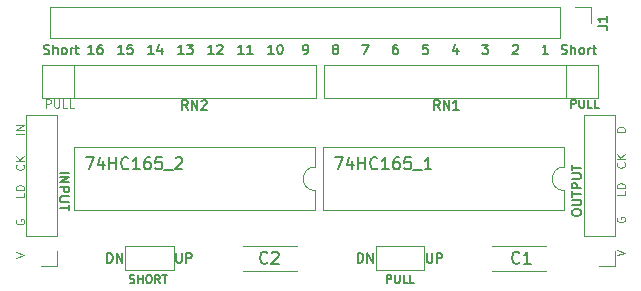
<source format=gbr>
%TF.GenerationSoftware,KiCad,Pcbnew,(6.0.2)*%
%TF.CreationDate,2022-04-13T02:02:00+09:00*%
%TF.ProjectId,joystick-input,6a6f7973-7469-4636-9b2d-696e7075742e,rev?*%
%TF.SameCoordinates,Original*%
%TF.FileFunction,Legend,Top*%
%TF.FilePolarity,Positive*%
%FSLAX46Y46*%
G04 Gerber Fmt 4.6, Leading zero omitted, Abs format (unit mm)*
G04 Created by KiCad (PCBNEW (6.0.2)) date 2022-04-13 02:02:00*
%MOMM*%
%LPD*%
G01*
G04 APERTURE LIST*
%ADD10C,0.100000*%
%ADD11C,0.150000*%
%ADD12C,0.175000*%
%ADD13C,0.200000*%
%ADD14C,0.120000*%
G04 APERTURE END LIST*
D10*
X128140666Y-104075000D02*
X128840666Y-103841666D01*
X128140666Y-103608333D01*
X128174000Y-100875000D02*
X128140666Y-100941666D01*
X128140666Y-101041666D01*
X128174000Y-101141666D01*
X128240666Y-101208333D01*
X128307333Y-101241666D01*
X128440666Y-101275000D01*
X128540666Y-101275000D01*
X128674000Y-101241666D01*
X128740666Y-101208333D01*
X128807333Y-101141666D01*
X128840666Y-101041666D01*
X128840666Y-100975000D01*
X128807333Y-100875000D01*
X128774000Y-100841666D01*
X128540666Y-100841666D01*
X128540666Y-100975000D01*
X128840666Y-98608333D02*
X128840666Y-98941666D01*
X128140666Y-98941666D01*
X128840666Y-98375000D02*
X128140666Y-98375000D01*
X128140666Y-98208333D01*
X128174000Y-98108333D01*
X128240666Y-98041666D01*
X128307333Y-98008333D01*
X128440666Y-97975000D01*
X128540666Y-97975000D01*
X128674000Y-98008333D01*
X128740666Y-98041666D01*
X128807333Y-98108333D01*
X128840666Y-98208333D01*
X128840666Y-98375000D01*
X128774000Y-96208333D02*
X128807333Y-96241666D01*
X128840666Y-96341666D01*
X128840666Y-96408333D01*
X128807333Y-96508333D01*
X128740666Y-96575000D01*
X128674000Y-96608333D01*
X128540666Y-96641666D01*
X128440666Y-96641666D01*
X128307333Y-96608333D01*
X128240666Y-96575000D01*
X128174000Y-96508333D01*
X128140666Y-96408333D01*
X128140666Y-96341666D01*
X128174000Y-96241666D01*
X128207333Y-96208333D01*
X128840666Y-95908333D02*
X128140666Y-95908333D01*
X128840666Y-95508333D02*
X128440666Y-95808333D01*
X128140666Y-95508333D02*
X128540666Y-95908333D01*
X128840666Y-93608333D02*
X128140666Y-93608333D01*
X128840666Y-93275000D02*
X128140666Y-93275000D01*
X128840666Y-92875000D01*
X128140666Y-92875000D01*
X179016866Y-103891666D02*
X179716866Y-103658333D01*
X179016866Y-103425000D01*
X179050200Y-100691666D02*
X179016866Y-100758333D01*
X179016866Y-100858333D01*
X179050200Y-100958333D01*
X179116866Y-101025000D01*
X179183533Y-101058333D01*
X179316866Y-101091666D01*
X179416866Y-101091666D01*
X179550200Y-101058333D01*
X179616866Y-101025000D01*
X179683533Y-100958333D01*
X179716866Y-100858333D01*
X179716866Y-100791666D01*
X179683533Y-100691666D01*
X179650200Y-100658333D01*
X179416866Y-100658333D01*
X179416866Y-100791666D01*
X179716866Y-98425000D02*
X179716866Y-98758333D01*
X179016866Y-98758333D01*
X179716866Y-98191666D02*
X179016866Y-98191666D01*
X179016866Y-98025000D01*
X179050200Y-97925000D01*
X179116866Y-97858333D01*
X179183533Y-97825000D01*
X179316866Y-97791666D01*
X179416866Y-97791666D01*
X179550200Y-97825000D01*
X179616866Y-97858333D01*
X179683533Y-97925000D01*
X179716866Y-98025000D01*
X179716866Y-98191666D01*
X179650200Y-96025000D02*
X179683533Y-96058333D01*
X179716866Y-96158333D01*
X179716866Y-96225000D01*
X179683533Y-96325000D01*
X179616866Y-96391666D01*
X179550200Y-96425000D01*
X179416866Y-96458333D01*
X179316866Y-96458333D01*
X179183533Y-96425000D01*
X179116866Y-96391666D01*
X179050200Y-96325000D01*
X179016866Y-96225000D01*
X179016866Y-96158333D01*
X179050200Y-96058333D01*
X179083533Y-96025000D01*
X179716866Y-95725000D02*
X179016866Y-95725000D01*
X179716866Y-95325000D02*
X179316866Y-95625000D01*
X179016866Y-95325000D02*
X179416866Y-95725000D01*
X179716866Y-93425000D02*
X179016866Y-93425000D01*
X179016866Y-93258333D01*
X179050200Y-93158333D01*
X179116866Y-93091666D01*
X179183533Y-93058333D01*
X179316866Y-93025000D01*
X179416866Y-93025000D01*
X179550200Y-93058333D01*
X179616866Y-93091666D01*
X179683533Y-93158333D01*
X179716866Y-93258333D01*
X179716866Y-93425000D01*
D11*
X174339428Y-86810809D02*
X174453714Y-86848904D01*
X174644190Y-86848904D01*
X174720380Y-86810809D01*
X174758476Y-86772714D01*
X174796571Y-86696523D01*
X174796571Y-86620333D01*
X174758476Y-86544142D01*
X174720380Y-86506047D01*
X174644190Y-86467952D01*
X174491809Y-86429857D01*
X174415619Y-86391761D01*
X174377523Y-86353666D01*
X174339428Y-86277476D01*
X174339428Y-86201285D01*
X174377523Y-86125095D01*
X174415619Y-86087000D01*
X174491809Y-86048904D01*
X174682285Y-86048904D01*
X174796571Y-86087000D01*
X175139428Y-86848904D02*
X175139428Y-86048904D01*
X175482285Y-86848904D02*
X175482285Y-86429857D01*
X175444190Y-86353666D01*
X175368000Y-86315571D01*
X175253714Y-86315571D01*
X175177523Y-86353666D01*
X175139428Y-86391761D01*
X175977523Y-86848904D02*
X175901333Y-86810809D01*
X175863238Y-86772714D01*
X175825142Y-86696523D01*
X175825142Y-86467952D01*
X175863238Y-86391761D01*
X175901333Y-86353666D01*
X175977523Y-86315571D01*
X176091809Y-86315571D01*
X176168000Y-86353666D01*
X176206095Y-86391761D01*
X176244190Y-86467952D01*
X176244190Y-86696523D01*
X176206095Y-86772714D01*
X176168000Y-86810809D01*
X176091809Y-86848904D01*
X175977523Y-86848904D01*
X176587047Y-86848904D02*
X176587047Y-86315571D01*
X176587047Y-86467952D02*
X176625142Y-86391761D01*
X176663238Y-86353666D01*
X176739428Y-86315571D01*
X176815619Y-86315571D01*
X176968000Y-86315571D02*
X177272761Y-86315571D01*
X177082285Y-86048904D02*
X177082285Y-86734619D01*
X177120380Y-86810809D01*
X177196571Y-86848904D01*
X177272761Y-86848904D01*
X134721619Y-86848904D02*
X134264476Y-86848904D01*
X134493047Y-86848904D02*
X134493047Y-86048904D01*
X134416857Y-86163190D01*
X134340666Y-86239380D01*
X134264476Y-86277476D01*
X135407333Y-86048904D02*
X135254952Y-86048904D01*
X135178761Y-86087000D01*
X135140666Y-86125095D01*
X135064476Y-86239380D01*
X135026380Y-86391761D01*
X135026380Y-86696523D01*
X135064476Y-86772714D01*
X135102571Y-86810809D01*
X135178761Y-86848904D01*
X135331142Y-86848904D01*
X135407333Y-86810809D01*
X135445428Y-86772714D01*
X135483523Y-86696523D01*
X135483523Y-86506047D01*
X135445428Y-86429857D01*
X135407333Y-86391761D01*
X135331142Y-86353666D01*
X135178761Y-86353666D01*
X135102571Y-86391761D01*
X135064476Y-86429857D01*
X135026380Y-86506047D01*
X155117809Y-86391761D02*
X155041619Y-86353666D01*
X155003523Y-86315571D01*
X154965428Y-86239380D01*
X154965428Y-86201285D01*
X155003523Y-86125095D01*
X155041619Y-86087000D01*
X155117809Y-86048904D01*
X155270190Y-86048904D01*
X155346380Y-86087000D01*
X155384476Y-86125095D01*
X155422571Y-86201285D01*
X155422571Y-86239380D01*
X155384476Y-86315571D01*
X155346380Y-86353666D01*
X155270190Y-86391761D01*
X155117809Y-86391761D01*
X155041619Y-86429857D01*
X155003523Y-86467952D01*
X154965428Y-86544142D01*
X154965428Y-86696523D01*
X155003523Y-86772714D01*
X155041619Y-86810809D01*
X155117809Y-86848904D01*
X155270190Y-86848904D01*
X155346380Y-86810809D01*
X155384476Y-86772714D01*
X155422571Y-86696523D01*
X155422571Y-86544142D01*
X155384476Y-86467952D01*
X155346380Y-86429857D01*
X155270190Y-86391761D01*
X173202571Y-86848904D02*
X172745428Y-86848904D01*
X172974000Y-86848904D02*
X172974000Y-86048904D01*
X172897809Y-86163190D01*
X172821619Y-86239380D01*
X172745428Y-86277476D01*
D12*
X137769000Y-106201333D02*
X137869000Y-106234666D01*
X138035666Y-106234666D01*
X138102333Y-106201333D01*
X138135666Y-106168000D01*
X138169000Y-106101333D01*
X138169000Y-106034666D01*
X138135666Y-105968000D01*
X138102333Y-105934666D01*
X138035666Y-105901333D01*
X137902333Y-105868000D01*
X137835666Y-105834666D01*
X137802333Y-105801333D01*
X137769000Y-105734666D01*
X137769000Y-105668000D01*
X137802333Y-105601333D01*
X137835666Y-105568000D01*
X137902333Y-105534666D01*
X138069000Y-105534666D01*
X138169000Y-105568000D01*
X138469000Y-106234666D02*
X138469000Y-105534666D01*
X138469000Y-105868000D02*
X138869000Y-105868000D01*
X138869000Y-106234666D02*
X138869000Y-105534666D01*
X139335666Y-105534666D02*
X139469000Y-105534666D01*
X139535666Y-105568000D01*
X139602333Y-105634666D01*
X139635666Y-105768000D01*
X139635666Y-106001333D01*
X139602333Y-106134666D01*
X139535666Y-106201333D01*
X139469000Y-106234666D01*
X139335666Y-106234666D01*
X139269000Y-106201333D01*
X139202333Y-106134666D01*
X139169000Y-106001333D01*
X139169000Y-105768000D01*
X139202333Y-105634666D01*
X139269000Y-105568000D01*
X139335666Y-105534666D01*
X140335666Y-106234666D02*
X140102333Y-105901333D01*
X139935666Y-106234666D02*
X139935666Y-105534666D01*
X140202333Y-105534666D01*
X140269000Y-105568000D01*
X140302333Y-105601333D01*
X140335666Y-105668000D01*
X140335666Y-105768000D01*
X140302333Y-105834666D01*
X140269000Y-105868000D01*
X140202333Y-105901333D01*
X139935666Y-105901333D01*
X140535666Y-105534666D02*
X140935666Y-105534666D01*
X140735666Y-106234666D02*
X140735666Y-105534666D01*
D13*
X175202904Y-100348809D02*
X175202904Y-100196428D01*
X175241000Y-100120238D01*
X175317190Y-100044047D01*
X175469571Y-100005952D01*
X175736238Y-100005952D01*
X175888619Y-100044047D01*
X175964809Y-100120238D01*
X176002904Y-100196428D01*
X176002904Y-100348809D01*
X175964809Y-100425000D01*
X175888619Y-100501190D01*
X175736238Y-100539285D01*
X175469571Y-100539285D01*
X175317190Y-100501190D01*
X175241000Y-100425000D01*
X175202904Y-100348809D01*
X175202904Y-99663095D02*
X175850523Y-99663095D01*
X175926714Y-99625000D01*
X175964809Y-99586904D01*
X176002904Y-99510714D01*
X176002904Y-99358333D01*
X175964809Y-99282142D01*
X175926714Y-99244047D01*
X175850523Y-99205952D01*
X175202904Y-99205952D01*
X175202904Y-98939285D02*
X175202904Y-98482142D01*
X176002904Y-98710714D02*
X175202904Y-98710714D01*
X176002904Y-98215476D02*
X175202904Y-98215476D01*
X175202904Y-97910714D01*
X175241000Y-97834523D01*
X175279095Y-97796428D01*
X175355285Y-97758333D01*
X175469571Y-97758333D01*
X175545761Y-97796428D01*
X175583857Y-97834523D01*
X175621952Y-97910714D01*
X175621952Y-98215476D01*
X175202904Y-97415476D02*
X175850523Y-97415476D01*
X175926714Y-97377380D01*
X175964809Y-97339285D01*
X176002904Y-97263095D01*
X176002904Y-97110714D01*
X175964809Y-97034523D01*
X175926714Y-96996428D01*
X175850523Y-96958333D01*
X175202904Y-96958333D01*
X175202904Y-96691666D02*
X175202904Y-96234523D01*
X176002904Y-96463095D02*
X175202904Y-96463095D01*
D11*
X170205428Y-86125095D02*
X170243523Y-86087000D01*
X170319714Y-86048904D01*
X170510190Y-86048904D01*
X170586380Y-86087000D01*
X170624476Y-86125095D01*
X170662571Y-86201285D01*
X170662571Y-86277476D01*
X170624476Y-86391761D01*
X170167333Y-86848904D01*
X170662571Y-86848904D01*
X175159333Y-91401066D02*
X175159333Y-90701066D01*
X175426000Y-90701066D01*
X175492666Y-90734400D01*
X175526000Y-90767733D01*
X175559333Y-90834400D01*
X175559333Y-90934400D01*
X175526000Y-91001066D01*
X175492666Y-91034400D01*
X175426000Y-91067733D01*
X175159333Y-91067733D01*
X175859333Y-90701066D02*
X175859333Y-91267733D01*
X175892666Y-91334400D01*
X175926000Y-91367733D01*
X175992666Y-91401066D01*
X176126000Y-91401066D01*
X176192666Y-91367733D01*
X176226000Y-91334400D01*
X176259333Y-91267733D01*
X176259333Y-90701066D01*
X176926000Y-91401066D02*
X176592666Y-91401066D01*
X176592666Y-90701066D01*
X177492666Y-91401066D02*
X177159333Y-91401066D01*
X177159333Y-90701066D01*
X147421619Y-86848904D02*
X146964476Y-86848904D01*
X147193047Y-86848904D02*
X147193047Y-86048904D01*
X147116857Y-86163190D01*
X147040666Y-86239380D01*
X146964476Y-86277476D01*
X148183523Y-86848904D02*
X147726380Y-86848904D01*
X147954952Y-86848904D02*
X147954952Y-86048904D01*
X147878761Y-86163190D01*
X147802571Y-86239380D01*
X147726380Y-86277476D01*
X142341619Y-86848904D02*
X141884476Y-86848904D01*
X142113047Y-86848904D02*
X142113047Y-86048904D01*
X142036857Y-86163190D01*
X141960666Y-86239380D01*
X141884476Y-86277476D01*
X142608285Y-86048904D02*
X143103523Y-86048904D01*
X142836857Y-86353666D01*
X142951142Y-86353666D01*
X143027333Y-86391761D01*
X143065428Y-86429857D01*
X143103523Y-86506047D01*
X143103523Y-86696523D01*
X143065428Y-86772714D01*
X143027333Y-86810809D01*
X142951142Y-86848904D01*
X142722571Y-86848904D01*
X142646380Y-86810809D01*
X142608285Y-86772714D01*
D12*
X159538333Y-106234666D02*
X159538333Y-105534666D01*
X159805000Y-105534666D01*
X159871666Y-105568000D01*
X159905000Y-105601333D01*
X159938333Y-105668000D01*
X159938333Y-105768000D01*
X159905000Y-105834666D01*
X159871666Y-105868000D01*
X159805000Y-105901333D01*
X159538333Y-105901333D01*
X160238333Y-105534666D02*
X160238333Y-106101333D01*
X160271666Y-106168000D01*
X160305000Y-106201333D01*
X160371666Y-106234666D01*
X160505000Y-106234666D01*
X160571666Y-106201333D01*
X160605000Y-106168000D01*
X160638333Y-106101333D01*
X160638333Y-105534666D01*
X161305000Y-106234666D02*
X160971666Y-106234666D01*
X160971666Y-105534666D01*
X161871666Y-106234666D02*
X161538333Y-106234666D01*
X161538333Y-105534666D01*
D11*
X139801619Y-86848904D02*
X139344476Y-86848904D01*
X139573047Y-86848904D02*
X139573047Y-86048904D01*
X139496857Y-86163190D01*
X139420666Y-86239380D01*
X139344476Y-86277476D01*
X140487333Y-86315571D02*
X140487333Y-86848904D01*
X140296857Y-86010809D02*
X140106380Y-86582238D01*
X140601619Y-86582238D01*
X157467333Y-86048904D02*
X158000666Y-86048904D01*
X157657809Y-86848904D01*
X163004476Y-86048904D02*
X162623523Y-86048904D01*
X162585428Y-86429857D01*
X162623523Y-86391761D01*
X162699714Y-86353666D01*
X162890190Y-86353666D01*
X162966380Y-86391761D01*
X163004476Y-86429857D01*
X163042571Y-86506047D01*
X163042571Y-86696523D01*
X163004476Y-86772714D01*
X162966380Y-86810809D01*
X162890190Y-86848904D01*
X162699714Y-86848904D01*
X162623523Y-86810809D01*
X162585428Y-86772714D01*
X152501619Y-86848904D02*
X152654000Y-86848904D01*
X152730190Y-86810809D01*
X152768285Y-86772714D01*
X152844476Y-86658428D01*
X152882571Y-86506047D01*
X152882571Y-86201285D01*
X152844476Y-86125095D01*
X152806380Y-86087000D01*
X152730190Y-86048904D01*
X152577809Y-86048904D01*
X152501619Y-86087000D01*
X152463523Y-86125095D01*
X152425428Y-86201285D01*
X152425428Y-86391761D01*
X152463523Y-86467952D01*
X152501619Y-86506047D01*
X152577809Y-86544142D01*
X152730190Y-86544142D01*
X152806380Y-86506047D01*
X152844476Y-86467952D01*
X152882571Y-86391761D01*
D10*
X130709333Y-91375666D02*
X130709333Y-90675666D01*
X130976000Y-90675666D01*
X131042666Y-90709000D01*
X131076000Y-90742333D01*
X131109333Y-90809000D01*
X131109333Y-90909000D01*
X131076000Y-90975666D01*
X131042666Y-91009000D01*
X130976000Y-91042333D01*
X130709333Y-91042333D01*
X131409333Y-90675666D02*
X131409333Y-91242333D01*
X131442666Y-91309000D01*
X131476000Y-91342333D01*
X131542666Y-91375666D01*
X131676000Y-91375666D01*
X131742666Y-91342333D01*
X131776000Y-91309000D01*
X131809333Y-91242333D01*
X131809333Y-90675666D01*
X132476000Y-91375666D02*
X132142666Y-91375666D01*
X132142666Y-90675666D01*
X133042666Y-91375666D02*
X132709333Y-91375666D01*
X132709333Y-90675666D01*
D11*
X144881619Y-86848904D02*
X144424476Y-86848904D01*
X144653047Y-86848904D02*
X144653047Y-86048904D01*
X144576857Y-86163190D01*
X144500666Y-86239380D01*
X144424476Y-86277476D01*
X145186380Y-86125095D02*
X145224476Y-86087000D01*
X145300666Y-86048904D01*
X145491142Y-86048904D01*
X145567333Y-86087000D01*
X145605428Y-86125095D01*
X145643523Y-86201285D01*
X145643523Y-86277476D01*
X145605428Y-86391761D01*
X145148285Y-86848904D01*
X145643523Y-86848904D01*
D13*
X131845095Y-96882142D02*
X132645095Y-96882142D01*
X131845095Y-97263095D02*
X132645095Y-97263095D01*
X131845095Y-97720238D01*
X132645095Y-97720238D01*
X131845095Y-98101190D02*
X132645095Y-98101190D01*
X132645095Y-98405952D01*
X132607000Y-98482142D01*
X132568904Y-98520238D01*
X132492714Y-98558333D01*
X132378428Y-98558333D01*
X132302238Y-98520238D01*
X132264142Y-98482142D01*
X132226047Y-98405952D01*
X132226047Y-98101190D01*
X132645095Y-98901190D02*
X131997476Y-98901190D01*
X131921285Y-98939285D01*
X131883190Y-98977380D01*
X131845095Y-99053571D01*
X131845095Y-99205952D01*
X131883190Y-99282142D01*
X131921285Y-99320238D01*
X131997476Y-99358333D01*
X132645095Y-99358333D01*
X132645095Y-99625000D02*
X132645095Y-100082142D01*
X131845095Y-99853571D02*
X132645095Y-99853571D01*
D11*
X165506380Y-86315571D02*
X165506380Y-86848904D01*
X165315904Y-86010809D02*
X165125428Y-86582238D01*
X165620666Y-86582238D01*
X160426380Y-86048904D02*
X160274000Y-86048904D01*
X160197809Y-86087000D01*
X160159714Y-86125095D01*
X160083523Y-86239380D01*
X160045428Y-86391761D01*
X160045428Y-86696523D01*
X160083523Y-86772714D01*
X160121619Y-86810809D01*
X160197809Y-86848904D01*
X160350190Y-86848904D01*
X160426380Y-86810809D01*
X160464476Y-86772714D01*
X160502571Y-86696523D01*
X160502571Y-86506047D01*
X160464476Y-86429857D01*
X160426380Y-86391761D01*
X160350190Y-86353666D01*
X160197809Y-86353666D01*
X160121619Y-86391761D01*
X160083523Y-86429857D01*
X160045428Y-86506047D01*
X137261619Y-86848904D02*
X136804476Y-86848904D01*
X137033047Y-86848904D02*
X137033047Y-86048904D01*
X136956857Y-86163190D01*
X136880666Y-86239380D01*
X136804476Y-86277476D01*
X137985428Y-86048904D02*
X137604476Y-86048904D01*
X137566380Y-86429857D01*
X137604476Y-86391761D01*
X137680666Y-86353666D01*
X137871142Y-86353666D01*
X137947333Y-86391761D01*
X137985428Y-86429857D01*
X138023523Y-86506047D01*
X138023523Y-86696523D01*
X137985428Y-86772714D01*
X137947333Y-86810809D01*
X137871142Y-86848904D01*
X137680666Y-86848904D01*
X137604476Y-86810809D01*
X137566380Y-86772714D01*
X130524428Y-86810809D02*
X130638714Y-86848904D01*
X130829190Y-86848904D01*
X130905380Y-86810809D01*
X130943476Y-86772714D01*
X130981571Y-86696523D01*
X130981571Y-86620333D01*
X130943476Y-86544142D01*
X130905380Y-86506047D01*
X130829190Y-86467952D01*
X130676809Y-86429857D01*
X130600619Y-86391761D01*
X130562523Y-86353666D01*
X130524428Y-86277476D01*
X130524428Y-86201285D01*
X130562523Y-86125095D01*
X130600619Y-86087000D01*
X130676809Y-86048904D01*
X130867285Y-86048904D01*
X130981571Y-86087000D01*
X131324428Y-86848904D02*
X131324428Y-86048904D01*
X131667285Y-86848904D02*
X131667285Y-86429857D01*
X131629190Y-86353666D01*
X131553000Y-86315571D01*
X131438714Y-86315571D01*
X131362523Y-86353666D01*
X131324428Y-86391761D01*
X132162523Y-86848904D02*
X132086333Y-86810809D01*
X132048238Y-86772714D01*
X132010142Y-86696523D01*
X132010142Y-86467952D01*
X132048238Y-86391761D01*
X132086333Y-86353666D01*
X132162523Y-86315571D01*
X132276809Y-86315571D01*
X132353000Y-86353666D01*
X132391095Y-86391761D01*
X132429190Y-86467952D01*
X132429190Y-86696523D01*
X132391095Y-86772714D01*
X132353000Y-86810809D01*
X132276809Y-86848904D01*
X132162523Y-86848904D01*
X132772047Y-86848904D02*
X132772047Y-86315571D01*
X132772047Y-86467952D02*
X132810142Y-86391761D01*
X132848238Y-86353666D01*
X132924428Y-86315571D01*
X133000619Y-86315571D01*
X133153000Y-86315571D02*
X133457761Y-86315571D01*
X133267285Y-86048904D02*
X133267285Y-86734619D01*
X133305380Y-86810809D01*
X133381571Y-86848904D01*
X133457761Y-86848904D01*
X149961619Y-86848904D02*
X149504476Y-86848904D01*
X149733047Y-86848904D02*
X149733047Y-86048904D01*
X149656857Y-86163190D01*
X149580666Y-86239380D01*
X149504476Y-86277476D01*
X150456857Y-86048904D02*
X150533047Y-86048904D01*
X150609238Y-86087000D01*
X150647333Y-86125095D01*
X150685428Y-86201285D01*
X150723523Y-86353666D01*
X150723523Y-86544142D01*
X150685428Y-86696523D01*
X150647333Y-86772714D01*
X150609238Y-86810809D01*
X150533047Y-86848904D01*
X150456857Y-86848904D01*
X150380666Y-86810809D01*
X150342571Y-86772714D01*
X150304476Y-86696523D01*
X150266380Y-86544142D01*
X150266380Y-86353666D01*
X150304476Y-86201285D01*
X150342571Y-86125095D01*
X150380666Y-86087000D01*
X150456857Y-86048904D01*
X167627333Y-86048904D02*
X168122571Y-86048904D01*
X167855904Y-86353666D01*
X167970190Y-86353666D01*
X168046380Y-86391761D01*
X168084476Y-86429857D01*
X168122571Y-86506047D01*
X168122571Y-86696523D01*
X168084476Y-86772714D01*
X168046380Y-86810809D01*
X167970190Y-86848904D01*
X167741619Y-86848904D01*
X167665428Y-86810809D01*
X167627333Y-86772714D01*
%TO.C,PULL1*%
X157105428Y-104501904D02*
X157105428Y-103701904D01*
X157295904Y-103701904D01*
X157410190Y-103740000D01*
X157486380Y-103816190D01*
X157524476Y-103892380D01*
X157562571Y-104044761D01*
X157562571Y-104159047D01*
X157524476Y-104311428D01*
X157486380Y-104387619D01*
X157410190Y-104463809D01*
X157295904Y-104501904D01*
X157105428Y-104501904D01*
X157905428Y-104501904D02*
X157905428Y-103701904D01*
X158362571Y-104501904D01*
X158362571Y-103701904D01*
X162947428Y-103701904D02*
X162947428Y-104349523D01*
X162985523Y-104425714D01*
X163023619Y-104463809D01*
X163099809Y-104501904D01*
X163252190Y-104501904D01*
X163328380Y-104463809D01*
X163366476Y-104425714D01*
X163404571Y-104349523D01*
X163404571Y-103701904D01*
X163785523Y-104501904D02*
X163785523Y-103701904D01*
X164090285Y-103701904D01*
X164166476Y-103740000D01*
X164204571Y-103778095D01*
X164242666Y-103854285D01*
X164242666Y-103968571D01*
X164204571Y-104044761D01*
X164166476Y-104082857D01*
X164090285Y-104120952D01*
X163785523Y-104120952D01*
%TO.C,SHORT1*%
X135896428Y-104501904D02*
X135896428Y-103701904D01*
X136086904Y-103701904D01*
X136201190Y-103740000D01*
X136277380Y-103816190D01*
X136315476Y-103892380D01*
X136353571Y-104044761D01*
X136353571Y-104159047D01*
X136315476Y-104311428D01*
X136277380Y-104387619D01*
X136201190Y-104463809D01*
X136086904Y-104501904D01*
X135896428Y-104501904D01*
X136696428Y-104501904D02*
X136696428Y-103701904D01*
X137153571Y-104501904D01*
X137153571Y-103701904D01*
X141738428Y-103701904D02*
X141738428Y-104349523D01*
X141776523Y-104425714D01*
X141814619Y-104463809D01*
X141890809Y-104501904D01*
X142043190Y-104501904D01*
X142119380Y-104463809D01*
X142157476Y-104425714D01*
X142195571Y-104349523D01*
X142195571Y-103701904D01*
X142576523Y-104501904D02*
X142576523Y-103701904D01*
X142881285Y-103701904D01*
X142957476Y-103740000D01*
X142995571Y-103778095D01*
X143033666Y-103854285D01*
X143033666Y-103968571D01*
X142995571Y-104044761D01*
X142957476Y-104082857D01*
X142881285Y-104120952D01*
X142576523Y-104120952D01*
%TO.C,74HC165_2*%
X134056952Y-95591380D02*
X134723619Y-95591380D01*
X134295047Y-96591380D01*
X135533142Y-95924714D02*
X135533142Y-96591380D01*
X135295047Y-95543761D02*
X135056952Y-96258047D01*
X135676000Y-96258047D01*
X136056952Y-96591380D02*
X136056952Y-95591380D01*
X136056952Y-96067571D02*
X136628380Y-96067571D01*
X136628380Y-96591380D02*
X136628380Y-95591380D01*
X137676000Y-96496142D02*
X137628380Y-96543761D01*
X137485523Y-96591380D01*
X137390285Y-96591380D01*
X137247428Y-96543761D01*
X137152190Y-96448523D01*
X137104571Y-96353285D01*
X137056952Y-96162809D01*
X137056952Y-96019952D01*
X137104571Y-95829476D01*
X137152190Y-95734238D01*
X137247428Y-95639000D01*
X137390285Y-95591380D01*
X137485523Y-95591380D01*
X137628380Y-95639000D01*
X137676000Y-95686619D01*
X138628380Y-96591380D02*
X138056952Y-96591380D01*
X138342666Y-96591380D02*
X138342666Y-95591380D01*
X138247428Y-95734238D01*
X138152190Y-95829476D01*
X138056952Y-95877095D01*
X139485523Y-95591380D02*
X139295047Y-95591380D01*
X139199809Y-95639000D01*
X139152190Y-95686619D01*
X139056952Y-95829476D01*
X139009333Y-96019952D01*
X139009333Y-96400904D01*
X139056952Y-96496142D01*
X139104571Y-96543761D01*
X139199809Y-96591380D01*
X139390285Y-96591380D01*
X139485523Y-96543761D01*
X139533142Y-96496142D01*
X139580761Y-96400904D01*
X139580761Y-96162809D01*
X139533142Y-96067571D01*
X139485523Y-96019952D01*
X139390285Y-95972333D01*
X139199809Y-95972333D01*
X139104571Y-96019952D01*
X139056952Y-96067571D01*
X139009333Y-96162809D01*
X140485523Y-95591380D02*
X140009333Y-95591380D01*
X139961714Y-96067571D01*
X140009333Y-96019952D01*
X140104571Y-95972333D01*
X140342666Y-95972333D01*
X140437904Y-96019952D01*
X140485523Y-96067571D01*
X140533142Y-96162809D01*
X140533142Y-96400904D01*
X140485523Y-96496142D01*
X140437904Y-96543761D01*
X140342666Y-96591380D01*
X140104571Y-96591380D01*
X140009333Y-96543761D01*
X139961714Y-96496142D01*
X140723619Y-96686619D02*
X141485523Y-96686619D01*
X141676000Y-95686619D02*
X141723619Y-95639000D01*
X141818857Y-95591380D01*
X142056952Y-95591380D01*
X142152190Y-95639000D01*
X142199809Y-95686619D01*
X142247428Y-95781857D01*
X142247428Y-95877095D01*
X142199809Y-96019952D01*
X141628380Y-96591380D01*
X142247428Y-96591380D01*
%TO.C,74HC165_1*%
X155138952Y-95591380D02*
X155805619Y-95591380D01*
X155377047Y-96591380D01*
X156615142Y-95924714D02*
X156615142Y-96591380D01*
X156377047Y-95543761D02*
X156138952Y-96258047D01*
X156758000Y-96258047D01*
X157138952Y-96591380D02*
X157138952Y-95591380D01*
X157138952Y-96067571D02*
X157710380Y-96067571D01*
X157710380Y-96591380D02*
X157710380Y-95591380D01*
X158758000Y-96496142D02*
X158710380Y-96543761D01*
X158567523Y-96591380D01*
X158472285Y-96591380D01*
X158329428Y-96543761D01*
X158234190Y-96448523D01*
X158186571Y-96353285D01*
X158138952Y-96162809D01*
X158138952Y-96019952D01*
X158186571Y-95829476D01*
X158234190Y-95734238D01*
X158329428Y-95639000D01*
X158472285Y-95591380D01*
X158567523Y-95591380D01*
X158710380Y-95639000D01*
X158758000Y-95686619D01*
X159710380Y-96591380D02*
X159138952Y-96591380D01*
X159424666Y-96591380D02*
X159424666Y-95591380D01*
X159329428Y-95734238D01*
X159234190Y-95829476D01*
X159138952Y-95877095D01*
X160567523Y-95591380D02*
X160377047Y-95591380D01*
X160281809Y-95639000D01*
X160234190Y-95686619D01*
X160138952Y-95829476D01*
X160091333Y-96019952D01*
X160091333Y-96400904D01*
X160138952Y-96496142D01*
X160186571Y-96543761D01*
X160281809Y-96591380D01*
X160472285Y-96591380D01*
X160567523Y-96543761D01*
X160615142Y-96496142D01*
X160662761Y-96400904D01*
X160662761Y-96162809D01*
X160615142Y-96067571D01*
X160567523Y-96019952D01*
X160472285Y-95972333D01*
X160281809Y-95972333D01*
X160186571Y-96019952D01*
X160138952Y-96067571D01*
X160091333Y-96162809D01*
X161567523Y-95591380D02*
X161091333Y-95591380D01*
X161043714Y-96067571D01*
X161091333Y-96019952D01*
X161186571Y-95972333D01*
X161424666Y-95972333D01*
X161519904Y-96019952D01*
X161567523Y-96067571D01*
X161615142Y-96162809D01*
X161615142Y-96400904D01*
X161567523Y-96496142D01*
X161519904Y-96543761D01*
X161424666Y-96591380D01*
X161186571Y-96591380D01*
X161091333Y-96543761D01*
X161043714Y-96496142D01*
X161805619Y-96686619D02*
X162567523Y-96686619D01*
X163329428Y-96591380D02*
X162758000Y-96591380D01*
X163043714Y-96591380D02*
X163043714Y-95591380D01*
X162948476Y-95734238D01*
X162853238Y-95829476D01*
X162758000Y-95877095D01*
%TO.C,RN1*%
X164039619Y-91547904D02*
X163772952Y-91166952D01*
X163582476Y-91547904D02*
X163582476Y-90747904D01*
X163887238Y-90747904D01*
X163963428Y-90786000D01*
X164001523Y-90824095D01*
X164039619Y-90900285D01*
X164039619Y-91014571D01*
X164001523Y-91090761D01*
X163963428Y-91128857D01*
X163887238Y-91166952D01*
X163582476Y-91166952D01*
X164382476Y-91547904D02*
X164382476Y-90747904D01*
X164839619Y-91547904D01*
X164839619Y-90747904D01*
X165639619Y-91547904D02*
X165182476Y-91547904D01*
X165411047Y-91547904D02*
X165411047Y-90747904D01*
X165334857Y-90862190D01*
X165258666Y-90938380D01*
X165182476Y-90976476D01*
%TO.C,J1*%
X177405904Y-84467666D02*
X177977333Y-84467666D01*
X178091619Y-84505761D01*
X178167809Y-84581952D01*
X178205904Y-84696238D01*
X178205904Y-84772428D01*
X178205904Y-83667666D02*
X178205904Y-84124809D01*
X178205904Y-83896238D02*
X177405904Y-83896238D01*
X177520190Y-83972428D01*
X177596380Y-84048619D01*
X177634476Y-84124809D01*
%TO.C,RN2*%
X142703619Y-91547904D02*
X142436952Y-91166952D01*
X142246476Y-91547904D02*
X142246476Y-90747904D01*
X142551238Y-90747904D01*
X142627428Y-90786000D01*
X142665523Y-90824095D01*
X142703619Y-90900285D01*
X142703619Y-91014571D01*
X142665523Y-91090761D01*
X142627428Y-91128857D01*
X142551238Y-91166952D01*
X142246476Y-91166952D01*
X143046476Y-91547904D02*
X143046476Y-90747904D01*
X143503619Y-91547904D01*
X143503619Y-90747904D01*
X143846476Y-90824095D02*
X143884571Y-90786000D01*
X143960761Y-90747904D01*
X144151238Y-90747904D01*
X144227428Y-90786000D01*
X144265523Y-90824095D01*
X144303619Y-90900285D01*
X144303619Y-90976476D01*
X144265523Y-91090761D01*
X143808380Y-91547904D01*
X144303619Y-91547904D01*
%TO.C,C2*%
X149439333Y-104497142D02*
X149391714Y-104544761D01*
X149248857Y-104592380D01*
X149153619Y-104592380D01*
X149010761Y-104544761D01*
X148915523Y-104449523D01*
X148867904Y-104354285D01*
X148820285Y-104163809D01*
X148820285Y-104020952D01*
X148867904Y-103830476D01*
X148915523Y-103735238D01*
X149010761Y-103640000D01*
X149153619Y-103592380D01*
X149248857Y-103592380D01*
X149391714Y-103640000D01*
X149439333Y-103687619D01*
X149820285Y-103687619D02*
X149867904Y-103640000D01*
X149963142Y-103592380D01*
X150201238Y-103592380D01*
X150296476Y-103640000D01*
X150344095Y-103687619D01*
X150391714Y-103782857D01*
X150391714Y-103878095D01*
X150344095Y-104020952D01*
X149772666Y-104592380D01*
X150391714Y-104592380D01*
%TO.C,C1*%
X170775333Y-104497142D02*
X170727714Y-104544761D01*
X170584857Y-104592380D01*
X170489619Y-104592380D01*
X170346761Y-104544761D01*
X170251523Y-104449523D01*
X170203904Y-104354285D01*
X170156285Y-104163809D01*
X170156285Y-104020952D01*
X170203904Y-103830476D01*
X170251523Y-103735238D01*
X170346761Y-103640000D01*
X170489619Y-103592380D01*
X170584857Y-103592380D01*
X170727714Y-103640000D01*
X170775333Y-103687619D01*
X171727714Y-104592380D02*
X171156285Y-104592380D01*
X171442000Y-104592380D02*
X171442000Y-103592380D01*
X171346761Y-103735238D01*
X171251523Y-103830476D01*
X171156285Y-103878095D01*
D14*
%TO.C,PULL1*%
X162705000Y-105140000D02*
X158605000Y-105140000D01*
X158605000Y-105140000D02*
X158605000Y-103140000D01*
X158605000Y-103140000D02*
X162705000Y-103140000D01*
X162705000Y-103140000D02*
X162705000Y-105140000D01*
%TO.C,SHORT1*%
X137396000Y-105140000D02*
X137396000Y-103140000D01*
X141496000Y-105140000D02*
X137396000Y-105140000D01*
X141496000Y-103140000D02*
X141496000Y-105140000D01*
X137396000Y-103140000D02*
X141496000Y-103140000D01*
%TO.C,IN1*%
X128972000Y-102235000D02*
X128972000Y-92015000D01*
X131632000Y-103505000D02*
X131632000Y-104835000D01*
X131632000Y-102235000D02*
X131632000Y-92015000D01*
X131632000Y-92015000D02*
X128972000Y-92015000D01*
X131632000Y-102235000D02*
X128972000Y-102235000D01*
X131632000Y-104835000D02*
X130302000Y-104835000D01*
%TO.C,74HC165_2*%
X153476000Y-100059000D02*
X153476000Y-98409000D01*
X153476000Y-94759000D02*
X133036000Y-94759000D01*
X153476000Y-96409000D02*
X153476000Y-94759000D01*
X133036000Y-100059000D02*
X153476000Y-100059000D01*
X133036000Y-94759000D02*
X133036000Y-100059000D01*
X153476000Y-96409000D02*
G75*
G03*
X153476000Y-98409000I0J-1000000D01*
G01*
%TO.C,74HC165_1*%
X154118000Y-100059000D02*
X174558000Y-100059000D01*
X174558000Y-94759000D02*
X154118000Y-94759000D01*
X154118000Y-94759000D02*
X154118000Y-100059000D01*
X174558000Y-100059000D02*
X174558000Y-98409000D01*
X174558000Y-96409000D02*
X174558000Y-94759000D01*
X174558000Y-96409000D02*
G75*
G03*
X174558000Y-98409000I0J-1000000D01*
G01*
%TO.C,RN1*%
X177462000Y-90554000D02*
X177462000Y-87754000D01*
X154262000Y-90554000D02*
X177462000Y-90554000D01*
X177462000Y-87754000D02*
X154262000Y-87754000D01*
X154262000Y-87754000D02*
X154262000Y-90554000D01*
X174752000Y-90554000D02*
X174752000Y-87754000D01*
%TO.C,J1*%
X174244000Y-82871000D02*
X131004000Y-82871000D01*
X131004000Y-82871000D02*
X131004000Y-85531000D01*
X175514000Y-82871000D02*
X176844000Y-82871000D01*
X174244000Y-85531000D02*
X131004000Y-85531000D01*
X176844000Y-82871000D02*
X176844000Y-84201000D01*
X174244000Y-82871000D02*
X174244000Y-85531000D01*
%TO.C,RN2*%
X133096000Y-87754000D02*
X133096000Y-90554000D01*
X153586000Y-90554000D02*
X153586000Y-87754000D01*
X130386000Y-90554000D02*
X153586000Y-90554000D01*
X130386000Y-87754000D02*
X130386000Y-90554000D01*
X153586000Y-87754000D02*
X130386000Y-87754000D01*
%TO.C,OUT1*%
X178876000Y-92015000D02*
X176216000Y-92015000D01*
X178876000Y-102235000D02*
X176216000Y-102235000D01*
X176216000Y-102235000D02*
X176216000Y-92015000D01*
X178876000Y-102235000D02*
X178876000Y-92015000D01*
X178876000Y-103505000D02*
X178876000Y-104835000D01*
X178876000Y-104835000D02*
X177546000Y-104835000D01*
%TO.C,C2*%
X151916000Y-105210000D02*
X151916000Y-105195000D01*
X147376000Y-105210000D02*
X147376000Y-105195000D01*
X151916000Y-103085000D02*
X151916000Y-103070000D01*
X147376000Y-103085000D02*
X147376000Y-103070000D01*
X151916000Y-103070000D02*
X147376000Y-103070000D01*
X151916000Y-105210000D02*
X147376000Y-105210000D01*
%TO.C,C1*%
X172998000Y-103070000D02*
X168458000Y-103070000D01*
X172998000Y-105210000D02*
X172998000Y-105195000D01*
X172998000Y-105210000D02*
X168458000Y-105210000D01*
X172998000Y-103085000D02*
X172998000Y-103070000D01*
X168458000Y-105210000D02*
X168458000Y-105195000D01*
X168458000Y-103085000D02*
X168458000Y-103070000D01*
%TD*%
M02*

</source>
